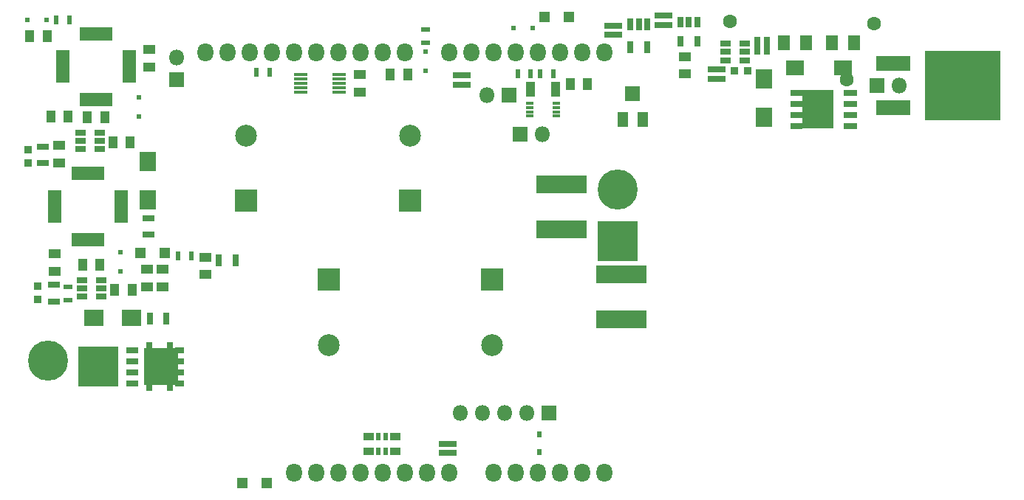
<source format=gts>
G04 #@! TF.GenerationSoftware,KiCad,Pcbnew,(2017-11-06 revision 9df4ae65e)-makepkg*
G04 #@! TF.CreationDate,2018-07-16T22:37:48-07:00*
G04 #@! TF.ProjectId,MHz_LED_Modulator_v2,4D487A5F4C45445F4D6F64756C61746F,rev?*
G04 #@! TF.SameCoordinates,Original*
G04 #@! TF.FileFunction,Soldermask,Top*
G04 #@! TF.FilePolarity,Negative*
%FSLAX46Y46*%
G04 Gerber Fmt 4.6, Leading zero omitted, Abs format (unit mm)*
G04 Created by KiCad (PCBNEW (2017-11-06 revision 9df4ae65e)-makepkg) date 07/16/18 22:37:48*
%MOMM*%
%LPD*%
G01*
G04 APERTURE LIST*
%ADD10R,4.602480X4.602480*%
%ADD11C,4.602480*%
%ADD12O,1.801600X1.801600*%
%ADD13R,1.801600X1.801600*%
%ADD14R,8.611600X7.971600*%
%ADD15R,3.911600X1.721600*%
%ADD16R,1.101600X1.351600*%
%ADD17R,1.351600X1.101600*%
%ADD18R,0.601600X0.601600*%
%ADD19R,2.108200X0.685800*%
%ADD20R,1.208800X0.908800*%
%ADD21R,0.551600X0.908800*%
%ADD22R,0.900000X0.399720*%
%ADD23R,0.551600X0.701600*%
%ADD24R,1.902460X2.202180*%
%ADD25R,3.701600X1.501600*%
%ADD26R,1.501600X3.701600*%
%ADD27R,0.601600X1.001600*%
%ADD28R,1.161600X0.751600*%
%ADD29R,1.501600X0.401600*%
%ADD30R,1.001600X1.801600*%
%ADD31R,1.001600X0.601600*%
%ADD32R,2.202180X1.902460*%
%ADD33R,1.201600X1.201600*%
%ADD34R,0.851600X0.901600*%
%ADD35R,0.801600X1.401600*%
%ADD36R,0.751600X1.161600*%
%ADD37C,2.501600*%
%ADD38R,2.501600X2.501600*%
%ADD39R,1.401600X0.801600*%
%ADD40R,0.751600X1.321600*%
%ADD41R,0.685800X2.108200*%
%ADD42R,5.801601X2.057200*%
%ADD43R,1.701600X1.701600*%
%ADD44R,1.201600X1.701600*%
%ADD45C,1.601600*%
%ADD46R,1.401600X1.701600*%
%ADD47R,2.101600X1.701600*%
%ADD48O,1.828800X2.133600*%
%ADD49R,1.121600X0.711600*%
%ADD50R,3.911600X4.201600*%
%ADD51R,0.701600X5.711600*%
%ADD52R,1.371600X0.711600*%
%ADD53R,3.646600X4.511600*%
%ADD54R,1.451600X0.701600*%
%ADD55R,1.601600X0.701600*%
%ADD56R,0.901600X0.851600*%
G04 APERTURE END LIST*
D10*
X116530000Y-111700000D03*
X176080000Y-97260000D03*
D11*
X110730000Y-111010000D03*
X176060000Y-91350000D03*
D12*
X208270000Y-79410000D03*
D13*
X205730000Y-79410000D03*
D14*
X215543000Y-79415000D03*
D15*
X207603000Y-81955000D03*
X207603000Y-76875000D03*
D12*
X125460000Y-76190000D03*
D13*
X125460000Y-78730000D03*
D12*
X167390000Y-84990000D03*
D13*
X164850000Y-84990000D03*
D16*
X120200000Y-85940000D03*
X118200000Y-85940000D03*
X118410000Y-102830000D03*
X120410000Y-102830000D03*
D12*
X158040000Y-117000000D03*
X160580000Y-117000000D03*
X163120000Y-117000000D03*
X165660000Y-117000000D03*
D13*
X168200000Y-117000000D03*
D17*
X123870000Y-100510000D03*
X123870000Y-102510000D03*
D18*
X119058000Y-98585000D03*
X119058000Y-100785000D03*
D19*
X156560000Y-120546600D03*
X156560000Y-121613400D03*
D20*
X150533601Y-121443600D03*
D21*
X149415000Y-121443600D03*
X148635000Y-121443600D03*
D20*
X147526399Y-121443600D03*
X147526399Y-119736400D03*
D21*
X148645000Y-119736400D03*
X149425000Y-119736400D03*
D20*
X150533601Y-119736400D03*
D22*
X165928000Y-82924300D03*
X165928000Y-82423920D03*
X165928000Y-81926080D03*
X165928000Y-81425700D03*
X169028000Y-81425700D03*
X169028000Y-81926080D03*
X169028000Y-82423920D03*
X169028000Y-82924300D03*
D13*
X163568000Y-80505000D03*
D12*
X161028000Y-80505000D03*
D23*
X167060000Y-121520000D03*
X167060000Y-119420000D03*
D24*
X192808000Y-78625360D03*
X192808000Y-83024640D03*
D19*
X175568000Y-72531600D03*
X175568000Y-73598400D03*
X181278000Y-72458400D03*
X181278000Y-71391600D03*
D25*
X115358000Y-97115000D03*
X115358000Y-89515000D03*
D26*
X119158000Y-93315000D03*
X111558000Y-93315000D03*
D25*
X116278000Y-81045000D03*
X116278000Y-73445000D03*
D26*
X120078000Y-77245000D03*
X112478000Y-77245000D03*
D27*
X134668000Y-77925000D03*
X136168000Y-77925000D03*
D28*
X114458000Y-84795000D03*
X114458000Y-85745000D03*
X114458000Y-86695000D03*
X116658000Y-86695000D03*
X116658000Y-84795000D03*
X116658000Y-85745000D03*
X116858000Y-102715000D03*
X116858000Y-101765000D03*
X116858000Y-103665000D03*
X114658000Y-103665000D03*
X114658000Y-102715000D03*
X114658000Y-101765000D03*
D29*
X139678000Y-80175000D03*
X139678000Y-79675000D03*
X139678000Y-79175000D03*
X139678000Y-78675000D03*
X139678000Y-78175000D03*
X144078000Y-78175000D03*
X144078000Y-78675000D03*
X144078000Y-79175000D03*
X144078000Y-79675000D03*
X144078000Y-80175000D03*
D27*
X166088000Y-78025000D03*
X164588000Y-78025000D03*
D19*
X158148000Y-79298400D03*
X158148000Y-78231600D03*
D18*
X154028000Y-77755000D03*
X154028000Y-75555000D03*
D16*
X170578000Y-79265000D03*
X172578000Y-79265000D03*
D27*
X167138000Y-78035000D03*
X168638000Y-78035000D03*
D30*
X168920000Y-79840000D03*
X166020000Y-79840000D03*
D17*
X146458000Y-80155000D03*
X146458000Y-78155000D03*
D16*
X115268000Y-83065000D03*
X117268000Y-83065000D03*
D31*
X154008000Y-73005000D03*
X154008000Y-74505000D03*
D16*
X149958000Y-78175000D03*
X151958000Y-78175000D03*
D32*
X115968360Y-106085000D03*
X120367640Y-106085000D03*
D24*
X122158000Y-92514640D03*
X122158000Y-88115360D03*
D18*
X166268000Y-72825000D03*
X164068000Y-72825000D03*
D33*
X133028000Y-125025000D03*
X135828000Y-125025000D03*
D34*
X109538000Y-103955000D03*
X109538000Y-102455000D03*
D35*
X124308000Y-106125000D03*
X122408000Y-106125000D03*
D18*
X108388000Y-71855000D03*
X110588000Y-71855000D03*
D36*
X185158000Y-74345000D03*
X183258000Y-74345000D03*
X183258000Y-72145000D03*
X184208000Y-72145000D03*
X185158000Y-72145000D03*
D16*
X110678000Y-73775000D03*
X108678000Y-73775000D03*
D17*
X128768000Y-99125000D03*
X128768000Y-101125000D03*
D33*
X170418000Y-71545000D03*
X167618000Y-71545000D03*
X121308000Y-98605000D03*
X124108000Y-98605000D03*
D17*
X183738000Y-78075000D03*
X183738000Y-76075000D03*
D37*
X133488000Y-85145000D03*
D38*
X133488000Y-92645000D03*
D17*
X112028000Y-88265000D03*
X112028000Y-86265000D03*
D39*
X122268000Y-94655000D03*
X122268000Y-96555000D03*
D35*
X130340000Y-99460000D03*
X132240000Y-99460000D03*
D40*
X179418000Y-75015000D03*
X177518000Y-75015000D03*
X177518000Y-72395000D03*
X178468000Y-72395000D03*
X179418000Y-72395000D03*
D19*
X187408000Y-78628400D03*
X187408000Y-77561600D03*
D41*
X192064600Y-74845000D03*
X193131400Y-74845000D03*
D28*
X188398000Y-75545000D03*
X188398000Y-76495000D03*
X188398000Y-74595000D03*
X190598000Y-74595000D03*
X190598000Y-75545000D03*
X190598000Y-76495000D03*
D42*
X176440000Y-106267800D03*
X176440000Y-101112200D03*
X169620000Y-90782200D03*
X169620000Y-95937800D03*
D27*
X111698000Y-71885000D03*
X113198000Y-71885000D03*
D43*
X177768000Y-80365000D03*
D44*
X178918000Y-83265000D03*
X176618000Y-83265000D03*
D45*
X188918000Y-72055000D03*
D34*
X108478000Y-86765000D03*
X108478000Y-88265000D03*
D16*
X111078000Y-82975000D03*
X113078000Y-82975000D03*
D17*
X111498000Y-98725000D03*
X111498000Y-100725000D03*
D27*
X127178000Y-98955000D03*
X125678000Y-98955000D03*
D37*
X152208000Y-85145000D03*
D38*
X152208000Y-92645000D03*
X142918000Y-101695000D03*
D37*
X142918000Y-109195000D03*
X161608000Y-109205000D03*
D38*
X161608000Y-101705000D03*
D46*
X197602870Y-74477049D03*
D47*
X196352870Y-77377049D03*
D46*
X195102870Y-74477049D03*
X200602870Y-74477049D03*
D47*
X201852870Y-77377049D03*
D46*
X203102870Y-74477049D03*
D48*
X156718000Y-75575000D03*
X159258000Y-75575000D03*
X161798000Y-75575000D03*
X164338000Y-75575000D03*
X166878000Y-75575000D03*
X169418000Y-75575000D03*
X171958000Y-75575000D03*
X174498000Y-75575000D03*
D49*
X125860000Y-113575000D03*
X125860000Y-111035000D03*
X125860000Y-112305000D03*
X125860000Y-109765000D03*
D50*
X123755000Y-111670000D03*
D51*
X124755000Y-111670000D03*
X122330000Y-111670000D03*
D52*
X120395000Y-113575000D03*
X120395000Y-111035000D03*
X120395000Y-112305000D03*
X120395000Y-109765000D03*
D53*
X199005370Y-82127049D03*
D54*
X196557870Y-81492049D03*
X196557870Y-80222049D03*
X196557870Y-84032049D03*
X196557870Y-82762049D03*
D55*
X202672870Y-82762049D03*
X202672870Y-84032049D03*
X202672870Y-81492049D03*
X202672870Y-80222049D03*
D56*
X190948000Y-77755000D03*
X189448000Y-77755000D03*
D17*
X122320000Y-77270000D03*
X122320000Y-75270000D03*
X122100000Y-100510000D03*
X122100000Y-102510000D03*
D16*
X114708000Y-100025000D03*
X116708000Y-100025000D03*
D18*
X121148000Y-83005000D03*
X121148000Y-80805000D03*
D45*
X205398000Y-72295000D03*
X202310000Y-78710000D03*
D31*
X113078000Y-102565000D03*
X113078000Y-104065000D03*
D39*
X110128000Y-86415000D03*
X110128000Y-88315000D03*
X111418000Y-104205000D03*
X111418000Y-102305000D03*
D48*
X138938000Y-123825000D03*
X141478000Y-123825000D03*
X144018000Y-123825000D03*
X146558000Y-123825000D03*
X149098000Y-123825000D03*
X151638000Y-123825000D03*
X154178000Y-123825000D03*
X156718000Y-123825000D03*
X161798000Y-123825000D03*
X164338000Y-123825000D03*
X166878000Y-123825000D03*
X169418000Y-123825000D03*
X171958000Y-123825000D03*
X174498000Y-123825000D03*
X128778000Y-75575000D03*
X131318000Y-75575000D03*
X133858000Y-75575000D03*
X136398000Y-75575000D03*
X138938000Y-75575000D03*
X141478000Y-75575000D03*
X144018000Y-75575000D03*
X146558000Y-75575000D03*
X149098000Y-75575000D03*
X151638000Y-75575000D03*
M02*

</source>
